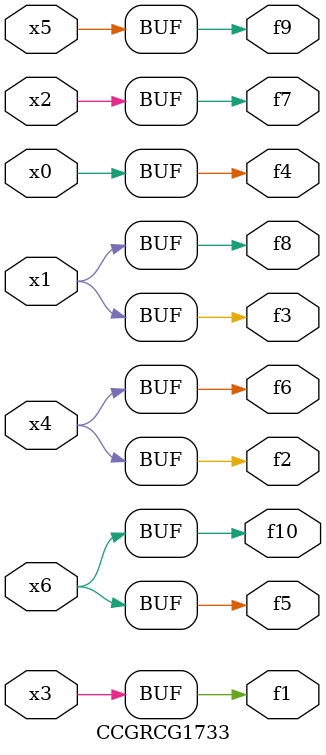
<source format=v>
module CCGRCG1733(
	input x0, x1, x2, x3, x4, x5, x6,
	output f1, f2, f3, f4, f5, f6, f7, f8, f9, f10
);
	assign f1 = x3;
	assign f2 = x4;
	assign f3 = x1;
	assign f4 = x0;
	assign f5 = x6;
	assign f6 = x4;
	assign f7 = x2;
	assign f8 = x1;
	assign f9 = x5;
	assign f10 = x6;
endmodule

</source>
